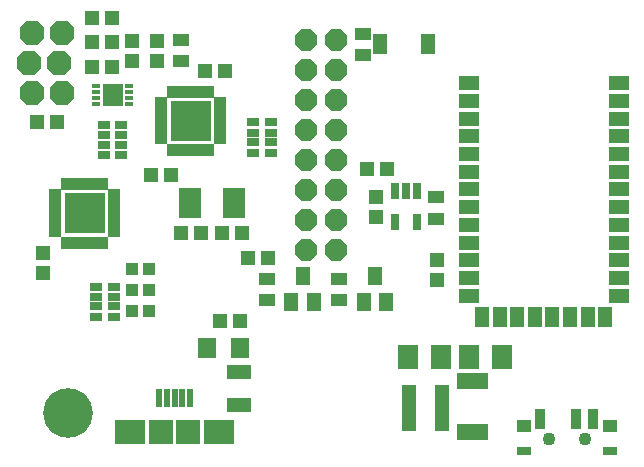
<source format=gts>
G75*
G70*
%OFA0B0*%
%FSLAX24Y24*%
%IPPOS*%
%LPD*%
%AMOC8*
5,1,8,0,0,1.08239X$1,22.5*
%
%ADD10C,0.1655*%
%ADD11R,0.0552X0.0395*%
%ADD12R,0.0513X0.0474*%
%ADD13OC8,0.0720*%
%ADD14R,0.0297X0.0552*%
%ADD15R,0.0474X0.0513*%
%ADD16R,0.0257X0.0552*%
%ADD17OC8,0.0820*%
%ADD18R,0.0395X0.0395*%
%ADD19R,0.0710X0.0789*%
%ADD20R,0.0789X0.0474*%
%ADD21R,0.0749X0.1025*%
%ADD22R,0.0200X0.0400*%
%ADD23R,0.0400X0.0200*%
%ADD24R,0.1360X0.1360*%
%ADD25R,0.0710X0.0474*%
%ADD26R,0.0474X0.0710*%
%ADD27R,0.0474X0.0631*%
%ADD28R,0.0395X0.0316*%
%ADD29R,0.0395X0.0277*%
%ADD30R,0.0631X0.0710*%
%ADD31R,0.0192X0.0395*%
%ADD32R,0.0395X0.0192*%
%ADD33R,0.1320X0.1320*%
%ADD34R,0.0237X0.0631*%
%ADD35R,0.0986X0.0828*%
%ADD36R,0.0789X0.0828*%
%ADD37R,0.0493X0.0671*%
%ADD38R,0.0315X0.0118*%
%ADD39R,0.0681X0.0740*%
%ADD40R,0.0356X0.0671*%
%ADD41R,0.0474X0.0316*%
%ADD42R,0.0474X0.0395*%
%ADD43C,0.0434*%
%ADD44R,0.0474X0.1576*%
D10*
X002158Y002164D03*
D11*
X008796Y005939D03*
X008796Y006647D03*
X011207Y006647D03*
X011207Y005939D03*
X014422Y008648D03*
X014422Y009357D03*
X011993Y014109D03*
X011993Y014818D03*
X005918Y014601D03*
X005918Y013893D03*
D12*
X006735Y013564D03*
X007405Y013564D03*
X003634Y013696D03*
X002965Y013696D03*
X002965Y014522D03*
X003634Y014522D03*
X003634Y015349D03*
X002965Y015349D03*
X001792Y011867D03*
X001122Y011867D03*
X004928Y010113D03*
X005597Y010113D03*
X005918Y008184D03*
X006587Y008184D03*
X007296Y008184D03*
X007965Y008184D03*
X008172Y007337D03*
X008841Y007337D03*
X007896Y005231D03*
X007227Y005231D03*
X012138Y010290D03*
X012807Y010290D03*
D13*
X011103Y010609D03*
X010103Y010609D03*
X010103Y009609D03*
X011103Y009609D03*
X011103Y008609D03*
X010103Y008609D03*
X010103Y007609D03*
X011103Y007609D03*
X011103Y011609D03*
X010103Y011609D03*
X010103Y012609D03*
X011103Y012609D03*
X011103Y013609D03*
X010103Y013609D03*
X010103Y014609D03*
X011103Y014609D03*
D14*
X013048Y009554D03*
X013422Y009554D03*
X013796Y009554D03*
X013796Y008530D03*
X013048Y008530D03*
D15*
X012422Y008707D03*
X012422Y009377D03*
X014456Y007259D03*
X014456Y006590D03*
X005111Y013912D03*
X005111Y014581D03*
X004304Y014581D03*
X004304Y013912D03*
X001331Y007495D03*
X001331Y006826D03*
D16*
X015270Y003241D03*
X015526Y003241D03*
X015782Y003241D03*
X016038Y003241D03*
X016038Y001528D03*
X015782Y001528D03*
X015526Y001528D03*
X015270Y001528D03*
D17*
X001947Y012845D03*
X000947Y012845D03*
X000847Y013845D03*
X001847Y013845D03*
X001947Y014845D03*
X000947Y014845D03*
D18*
X004284Y006963D03*
X004874Y006963D03*
X004874Y006274D03*
X004284Y006274D03*
X004284Y005585D03*
X004874Y005585D03*
D19*
X013489Y004034D03*
X014591Y004034D03*
X015520Y004034D03*
X016622Y004034D03*
D20*
X007867Y003538D03*
X007867Y002436D03*
D21*
X007681Y009183D03*
X006225Y009183D03*
D22*
X006143Y010944D03*
X006343Y010944D03*
X006543Y010944D03*
X006733Y010944D03*
X006933Y010944D03*
X005943Y010944D03*
X005753Y010944D03*
X005553Y010944D03*
X005553Y012884D03*
X005753Y012884D03*
X005943Y012884D03*
X006143Y012884D03*
X006343Y012884D03*
X006543Y012884D03*
X006733Y012884D03*
X006933Y012884D03*
D23*
X007213Y012604D03*
X007213Y012404D03*
X007213Y012214D03*
X007213Y012014D03*
X007213Y011814D03*
X007213Y011614D03*
X007213Y011424D03*
X007213Y011224D03*
X005273Y011224D03*
X005273Y011424D03*
X005273Y011614D03*
X005273Y011814D03*
X005273Y012014D03*
X005273Y012214D03*
X005273Y012404D03*
X005273Y012604D03*
D24*
X006243Y011914D03*
D25*
X015514Y011983D03*
X015514Y012574D03*
X015514Y013164D03*
X015514Y011393D03*
X015514Y010802D03*
X015514Y010211D03*
X015514Y009621D03*
X015514Y009030D03*
X015514Y008440D03*
X015514Y007849D03*
X015514Y007259D03*
X015514Y006668D03*
X015514Y006074D03*
X020514Y006074D03*
X020514Y006668D03*
X020514Y007259D03*
X020514Y007849D03*
X020514Y008440D03*
X020514Y009030D03*
X020514Y009621D03*
X020514Y010211D03*
X020514Y010802D03*
X020514Y011393D03*
X020514Y011983D03*
X020514Y012574D03*
X020514Y013164D03*
D26*
X020061Y005369D03*
X019475Y005369D03*
X018888Y005369D03*
X018302Y005369D03*
X017715Y005369D03*
X017128Y005369D03*
X016542Y005369D03*
X015955Y005369D03*
D27*
X012762Y005860D03*
X012014Y005860D03*
X012388Y006726D03*
X010351Y005860D03*
X009603Y005860D03*
X009977Y006726D03*
D28*
X008910Y010851D03*
X008319Y010851D03*
X008319Y011855D03*
X008910Y011855D03*
X003939Y011776D03*
X003349Y011776D03*
X003349Y010772D03*
X003939Y010772D03*
X003693Y006383D03*
X003103Y006383D03*
X003103Y005379D03*
X003693Y005379D03*
D29*
X003693Y005723D03*
X003693Y006038D03*
X003103Y006038D03*
X003103Y005723D03*
X003349Y011117D03*
X003349Y011432D03*
X003939Y011432D03*
X003939Y011117D03*
X008319Y011196D03*
X008319Y011511D03*
X008910Y011511D03*
X008910Y011196D03*
D30*
X007886Y004326D03*
X006784Y004326D03*
D31*
X003398Y007849D03*
X003201Y007849D03*
X003004Y007849D03*
X002807Y007849D03*
X002611Y007849D03*
X002414Y007849D03*
X002217Y007849D03*
X002020Y007849D03*
X002020Y009818D03*
X002217Y009818D03*
X002414Y009818D03*
X002611Y009818D03*
X002807Y009818D03*
X003004Y009818D03*
X003201Y009818D03*
X003398Y009818D03*
D32*
X003693Y009522D03*
X003693Y009326D03*
X003693Y009129D03*
X003693Y008932D03*
X003693Y008735D03*
X003693Y008538D03*
X003693Y008341D03*
X003693Y008144D03*
X001725Y008144D03*
X001725Y008341D03*
X001725Y008538D03*
X001725Y008735D03*
X001725Y008932D03*
X001725Y009129D03*
X001725Y009326D03*
X001725Y009522D03*
D33*
X002709Y008833D03*
D34*
X005203Y002672D03*
X005459Y002672D03*
X005715Y002672D03*
X005971Y002672D03*
X006227Y002672D03*
D35*
X007191Y001550D03*
X004239Y001550D03*
D36*
X005262Y001550D03*
X006168Y001550D03*
D37*
X012552Y014454D03*
X014146Y014454D03*
D38*
X004195Y013066D03*
X004195Y012869D03*
X004195Y012672D03*
X004195Y012475D03*
X003093Y012475D03*
X003093Y012672D03*
X003093Y012869D03*
X003093Y013066D03*
X003093Y013066D03*
D39*
X003644Y012770D03*
D40*
X017902Y001983D03*
X019083Y001983D03*
X019674Y001983D03*
D41*
X020225Y000900D03*
X017351Y000900D03*
D42*
X017351Y001727D03*
X020225Y001727D03*
D43*
X019378Y001294D03*
X018197Y001294D03*
D44*
X014615Y002333D03*
X013512Y002333D03*
M02*

</source>
